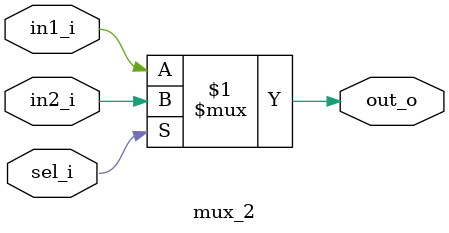
<source format=v>
module mux_2 (
	input 		in1_i,
	input 		in2_i,
	input 		sel_i,
	output 		out_o
	);

	assign out_o = sel_i ? in2_i : in1_i;
	
endmodule // mux_2
</source>
